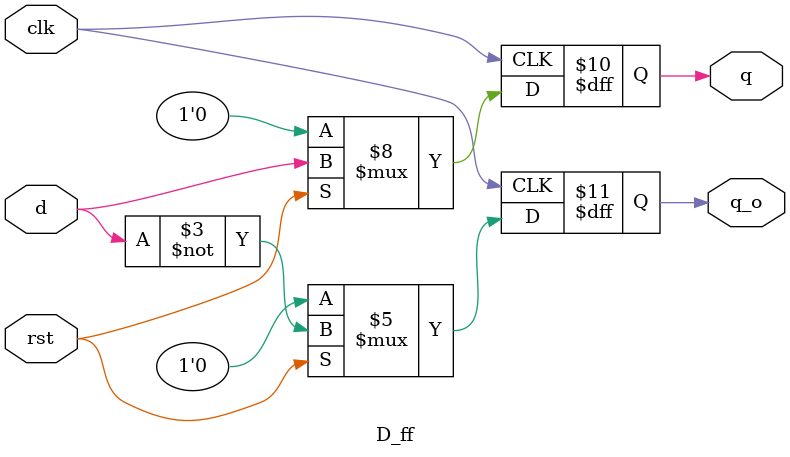
<source format=v>
module  D_ff(
    clk,
    rst,
    d,
    q,
    q_o
);
    input clk;
    input rst;
    input d;

    output reg q;
    output reg q_o;

    always@(posedge clk)begin
        if(!rst)begin
              q <= 1'b0;
            q_o <= 1'b0; 
        end
        else begin
            q <= d;
            q_o <= ~d; 
        end          
    end


endmodule
</source>
